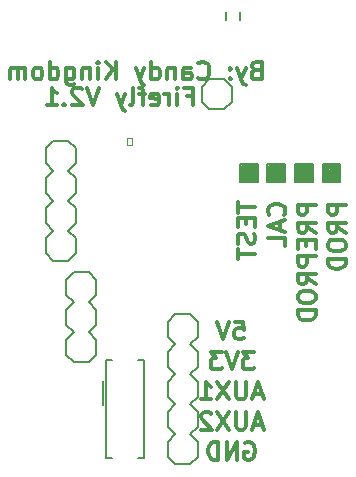
<source format=gbr>
G04 #@! TF.FileFunction,Legend,Bot*
%FSLAX46Y46*%
G04 Gerber Fmt 4.6, Leading zero omitted, Abs format (unit mm)*
G04 Created by KiCad (PCBNEW 4.0.6+dfsg1-1) date Sat Jan 27 12:23:12 2018*
%MOMM*%
%LPD*%
G01*
G04 APERTURE LIST*
%ADD10C,0.100000*%
%ADD11C,0.150000*%
%ADD12C,0.300000*%
%ADD13C,0.203200*%
%ADD14C,0.152400*%
%ADD15C,0.066040*%
G04 APERTURE END LIST*
D10*
D11*
X173100000Y-59200000D02*
X173100000Y-58300000D01*
X173450000Y-58900000D02*
X173100000Y-59200000D01*
X173450000Y-58800000D02*
X173450000Y-58900000D01*
X173550000Y-58800000D02*
X173450000Y-58800000D01*
X173550000Y-58950000D02*
X173550000Y-58800000D01*
X173350000Y-58950000D02*
X173550000Y-58950000D01*
X173350000Y-58900000D02*
X173350000Y-58950000D01*
X173350000Y-58700000D02*
X173350000Y-58900000D01*
X173650000Y-58700000D02*
X173350000Y-58700000D01*
X173650000Y-59050000D02*
X173650000Y-58700000D01*
X173250000Y-59050000D02*
X173650000Y-59050000D01*
X173250000Y-59000000D02*
X173250000Y-59050000D01*
X173250000Y-58600000D02*
X173250000Y-59000000D01*
X173750000Y-58600000D02*
X173250000Y-58600000D01*
X173750000Y-59150000D02*
X173750000Y-58600000D01*
X173150000Y-59150000D02*
X173750000Y-59150000D01*
X173150000Y-58450000D02*
X173150000Y-59150000D01*
X173850000Y-58450000D02*
X173150000Y-58450000D01*
X173850000Y-59300000D02*
X173850000Y-58450000D01*
X173000000Y-59300000D02*
X173850000Y-59300000D01*
X173000000Y-58300000D02*
X173000000Y-59300000D01*
X173950000Y-58300000D02*
X173000000Y-58300000D01*
X173950000Y-59400000D02*
X173950000Y-58300000D01*
X172850000Y-59400000D02*
X173950000Y-59400000D01*
X172850000Y-58200000D02*
X172850000Y-59400000D01*
X174050000Y-58200000D02*
X172850000Y-58200000D01*
X174050000Y-59500000D02*
X174050000Y-58200000D01*
X172750000Y-59500000D02*
X174050000Y-59500000D01*
X172750000Y-58200000D02*
X172750000Y-59500000D01*
X171150000Y-58850000D02*
X171150000Y-58950000D01*
X171050000Y-58850000D02*
X171150000Y-58850000D01*
X171050000Y-58700000D02*
X171050000Y-58850000D01*
X171250000Y-58700000D02*
X171050000Y-58700000D01*
X171250000Y-59000000D02*
X171250000Y-58700000D01*
X170950000Y-59000000D02*
X171250000Y-59000000D01*
X170950000Y-58600000D02*
X170950000Y-59000000D01*
X171350000Y-58600000D02*
X170950000Y-58600000D01*
X171350000Y-59100000D02*
X171350000Y-58600000D01*
X170850000Y-59100000D02*
X171350000Y-59100000D01*
X170850000Y-58450000D02*
X170850000Y-59100000D01*
X170950000Y-58450000D02*
X170850000Y-58450000D01*
X171450000Y-58450000D02*
X170950000Y-58450000D01*
X171450000Y-59200000D02*
X171450000Y-58450000D01*
X170750000Y-59200000D02*
X171450000Y-59200000D01*
X170750000Y-58400000D02*
X170750000Y-59200000D01*
X171550000Y-58400000D02*
X170750000Y-58400000D01*
X171550000Y-59300000D02*
X171550000Y-58400000D01*
X170650000Y-59300000D02*
X171550000Y-59300000D01*
X170650000Y-58300000D02*
X170650000Y-59300000D01*
X171650000Y-58300000D02*
X170650000Y-58300000D01*
X171650000Y-59400000D02*
X171650000Y-58300000D01*
X170550000Y-59400000D02*
X171650000Y-59400000D01*
X170550000Y-58200000D02*
X170550000Y-59400000D01*
X171750000Y-58200000D02*
X170550000Y-58200000D01*
X171750000Y-59500000D02*
X171750000Y-58200000D01*
X170450000Y-59500000D02*
X171750000Y-59500000D01*
X170450000Y-58200000D02*
X170450000Y-59500000D01*
X168600000Y-58950000D02*
X168550000Y-58900000D01*
X168800000Y-58950000D02*
X168600000Y-58950000D01*
X168800000Y-58800000D02*
X168800000Y-58950000D01*
X168450000Y-58800000D02*
X168800000Y-58800000D01*
X168450000Y-59050000D02*
X168450000Y-58800000D01*
X168900000Y-59050000D02*
X168450000Y-59050000D01*
X168900000Y-58700000D02*
X168900000Y-59050000D01*
X168350000Y-58700000D02*
X168900000Y-58700000D01*
X168350000Y-59150000D02*
X168350000Y-58700000D01*
X169000000Y-59150000D02*
X168350000Y-59150000D01*
X169000000Y-58600000D02*
X169000000Y-59150000D01*
X168250000Y-58600000D02*
X169000000Y-58600000D01*
X168250000Y-59300000D02*
X168250000Y-58600000D01*
X169050000Y-59300000D02*
X168250000Y-59300000D01*
X169050000Y-59250000D02*
X169050000Y-59300000D01*
X169150000Y-59300000D02*
X169050000Y-59250000D01*
X169100000Y-59250000D02*
X169150000Y-59300000D01*
X169100000Y-58500000D02*
X169100000Y-59250000D01*
X169200000Y-58500000D02*
X169100000Y-58500000D01*
X168150000Y-58500000D02*
X169200000Y-58500000D01*
X168150000Y-59400000D02*
X168150000Y-58500000D01*
X169250000Y-59400000D02*
X168150000Y-59400000D01*
X169250000Y-58400000D02*
X169250000Y-59400000D01*
X169300000Y-58400000D02*
X169250000Y-58400000D01*
X168050000Y-58400000D02*
X169300000Y-58400000D01*
X168050000Y-58250000D02*
X168050000Y-58400000D01*
X168050000Y-59500000D02*
X168050000Y-58250000D01*
X169350000Y-59500000D02*
X168050000Y-59500000D01*
X169350000Y-58250000D02*
X169350000Y-59500000D01*
X168100000Y-58250000D02*
X169350000Y-58250000D01*
X166500000Y-58850000D02*
X166600000Y-58850000D01*
X166300000Y-58850000D02*
X166500000Y-58850000D01*
X166300000Y-58950000D02*
X166300000Y-58850000D01*
X166600000Y-58950000D02*
X166300000Y-58950000D01*
X166600000Y-58750000D02*
X166600000Y-58950000D01*
X166550000Y-58750000D02*
X166600000Y-58750000D01*
X166200000Y-58750000D02*
X166550000Y-58750000D01*
X166200000Y-59100000D02*
X166200000Y-58750000D01*
X166600000Y-59100000D02*
X166200000Y-59100000D01*
X166700000Y-59050000D02*
X166700000Y-59100000D01*
X166700000Y-58650000D02*
X166700000Y-59050000D01*
X166100000Y-58650000D02*
X166700000Y-58650000D01*
X166100000Y-59200000D02*
X166100000Y-58650000D01*
X166800000Y-59200000D02*
X166100000Y-59200000D01*
X166800000Y-58550000D02*
X166800000Y-59200000D01*
X166000000Y-58550000D02*
X166800000Y-58550000D01*
X166000000Y-59300000D02*
X166000000Y-58550000D01*
X166900000Y-59300000D02*
X166000000Y-59300000D01*
X166900000Y-58450000D02*
X166900000Y-59300000D01*
X165900000Y-58450000D02*
X166900000Y-58450000D01*
X165900000Y-59400000D02*
X165900000Y-58450000D01*
X167000000Y-59400000D02*
X165900000Y-59400000D01*
X167000000Y-58350000D02*
X167000000Y-59400000D01*
X165800000Y-58350000D02*
X167000000Y-58350000D01*
X165800000Y-59500000D02*
X165800000Y-58350000D01*
X167100000Y-59500000D02*
X165800000Y-59500000D01*
X167100000Y-58250000D02*
X167100000Y-59500000D01*
X165800000Y-58250000D02*
X167100000Y-58250000D01*
X172650000Y-58100000D02*
X172650000Y-59600000D01*
X174150000Y-58100000D02*
X172650000Y-58100000D01*
X174150000Y-59600000D02*
X174150000Y-58100000D01*
X172650000Y-59600000D02*
X174150000Y-59600000D01*
X170350000Y-58100000D02*
X170350000Y-59600000D01*
X171850000Y-58100000D02*
X170350000Y-58100000D01*
X171850000Y-59600000D02*
X171850000Y-58100000D01*
X170350000Y-59600000D02*
X171850000Y-59600000D01*
X167950000Y-58100000D02*
X167950000Y-59600000D01*
X169450000Y-58100000D02*
X167950000Y-58100000D01*
X169450000Y-59600000D02*
X169450000Y-58100000D01*
X167950000Y-59600000D02*
X169450000Y-59600000D01*
X165700000Y-58100000D02*
X165700000Y-59600000D01*
X167200000Y-58100000D02*
X165700000Y-58100000D01*
X167200000Y-59600000D02*
X167200000Y-58100000D01*
X165700000Y-59600000D02*
X167200000Y-59600000D01*
D12*
X165453571Y-61342857D02*
X165453571Y-62200000D01*
X166953571Y-61771429D02*
X165453571Y-61771429D01*
X166167857Y-62700000D02*
X166167857Y-63200000D01*
X166953571Y-63414286D02*
X166953571Y-62700000D01*
X165453571Y-62700000D01*
X165453571Y-63414286D01*
X166882143Y-63985714D02*
X166953571Y-64200000D01*
X166953571Y-64557143D01*
X166882143Y-64700000D01*
X166810714Y-64771429D01*
X166667857Y-64842857D01*
X166525000Y-64842857D01*
X166382143Y-64771429D01*
X166310714Y-64700000D01*
X166239286Y-64557143D01*
X166167857Y-64271429D01*
X166096429Y-64128571D01*
X166025000Y-64057143D01*
X165882143Y-63985714D01*
X165739286Y-63985714D01*
X165596429Y-64057143D01*
X165525000Y-64128571D01*
X165453571Y-64271429D01*
X165453571Y-64628571D01*
X165525000Y-64842857D01*
X165453571Y-65271428D02*
X165453571Y-66128571D01*
X166953571Y-65700000D02*
X165453571Y-65700000D01*
X169360714Y-62414286D02*
X169432143Y-62342857D01*
X169503571Y-62128571D01*
X169503571Y-61985714D01*
X169432143Y-61771429D01*
X169289286Y-61628571D01*
X169146429Y-61557143D01*
X168860714Y-61485714D01*
X168646429Y-61485714D01*
X168360714Y-61557143D01*
X168217857Y-61628571D01*
X168075000Y-61771429D01*
X168003571Y-61985714D01*
X168003571Y-62128571D01*
X168075000Y-62342857D01*
X168146429Y-62414286D01*
X169075000Y-62985714D02*
X169075000Y-63700000D01*
X169503571Y-62842857D02*
X168003571Y-63342857D01*
X169503571Y-63842857D01*
X169503571Y-65057143D02*
X169503571Y-64342857D01*
X168003571Y-64342857D01*
X172053571Y-61557143D02*
X170553571Y-61557143D01*
X170553571Y-62128571D01*
X170625000Y-62271429D01*
X170696429Y-62342857D01*
X170839286Y-62414286D01*
X171053571Y-62414286D01*
X171196429Y-62342857D01*
X171267857Y-62271429D01*
X171339286Y-62128571D01*
X171339286Y-61557143D01*
X172053571Y-63914286D02*
X171339286Y-63414286D01*
X172053571Y-63057143D02*
X170553571Y-63057143D01*
X170553571Y-63628571D01*
X170625000Y-63771429D01*
X170696429Y-63842857D01*
X170839286Y-63914286D01*
X171053571Y-63914286D01*
X171196429Y-63842857D01*
X171267857Y-63771429D01*
X171339286Y-63628571D01*
X171339286Y-63057143D01*
X171267857Y-64557143D02*
X171267857Y-65057143D01*
X172053571Y-65271429D02*
X172053571Y-64557143D01*
X170553571Y-64557143D01*
X170553571Y-65271429D01*
X172053571Y-65914286D02*
X170553571Y-65914286D01*
X170553571Y-66485714D01*
X170625000Y-66628572D01*
X170696429Y-66700000D01*
X170839286Y-66771429D01*
X171053571Y-66771429D01*
X171196429Y-66700000D01*
X171267857Y-66628572D01*
X171339286Y-66485714D01*
X171339286Y-65914286D01*
X172053571Y-68271429D02*
X171339286Y-67771429D01*
X172053571Y-67414286D02*
X170553571Y-67414286D01*
X170553571Y-67985714D01*
X170625000Y-68128572D01*
X170696429Y-68200000D01*
X170839286Y-68271429D01*
X171053571Y-68271429D01*
X171196429Y-68200000D01*
X171267857Y-68128572D01*
X171339286Y-67985714D01*
X171339286Y-67414286D01*
X170553571Y-69200000D02*
X170553571Y-69485714D01*
X170625000Y-69628572D01*
X170767857Y-69771429D01*
X171053571Y-69842857D01*
X171553571Y-69842857D01*
X171839286Y-69771429D01*
X171982143Y-69628572D01*
X172053571Y-69485714D01*
X172053571Y-69200000D01*
X171982143Y-69057143D01*
X171839286Y-68914286D01*
X171553571Y-68842857D01*
X171053571Y-68842857D01*
X170767857Y-68914286D01*
X170625000Y-69057143D01*
X170553571Y-69200000D01*
X172053571Y-70485715D02*
X170553571Y-70485715D01*
X170553571Y-70842858D01*
X170625000Y-71057143D01*
X170767857Y-71200001D01*
X170910714Y-71271429D01*
X171196429Y-71342858D01*
X171410714Y-71342858D01*
X171696429Y-71271429D01*
X171839286Y-71200001D01*
X171982143Y-71057143D01*
X172053571Y-70842858D01*
X172053571Y-70485715D01*
X174603571Y-61557143D02*
X173103571Y-61557143D01*
X173103571Y-62128571D01*
X173175000Y-62271429D01*
X173246429Y-62342857D01*
X173389286Y-62414286D01*
X173603571Y-62414286D01*
X173746429Y-62342857D01*
X173817857Y-62271429D01*
X173889286Y-62128571D01*
X173889286Y-61557143D01*
X174603571Y-63914286D02*
X173889286Y-63414286D01*
X174603571Y-63057143D02*
X173103571Y-63057143D01*
X173103571Y-63628571D01*
X173175000Y-63771429D01*
X173246429Y-63842857D01*
X173389286Y-63914286D01*
X173603571Y-63914286D01*
X173746429Y-63842857D01*
X173817857Y-63771429D01*
X173889286Y-63628571D01*
X173889286Y-63057143D01*
X173103571Y-64842857D02*
X173103571Y-65128571D01*
X173175000Y-65271429D01*
X173317857Y-65414286D01*
X173603571Y-65485714D01*
X174103571Y-65485714D01*
X174389286Y-65414286D01*
X174532143Y-65271429D01*
X174603571Y-65128571D01*
X174603571Y-64842857D01*
X174532143Y-64700000D01*
X174389286Y-64557143D01*
X174103571Y-64485714D01*
X173603571Y-64485714D01*
X173317857Y-64557143D01*
X173175000Y-64700000D01*
X173103571Y-64842857D01*
X174603571Y-66128572D02*
X173103571Y-66128572D01*
X173103571Y-66485715D01*
X173175000Y-66700000D01*
X173317857Y-66842858D01*
X173460714Y-66914286D01*
X173746429Y-66985715D01*
X173960714Y-66985715D01*
X174246429Y-66914286D01*
X174389286Y-66842858D01*
X174532143Y-66700000D01*
X174603571Y-66485715D01*
X174603571Y-66128572D01*
X166992857Y-50142857D02*
X166778571Y-50214286D01*
X166707143Y-50285714D01*
X166635714Y-50428571D01*
X166635714Y-50642857D01*
X166707143Y-50785714D01*
X166778571Y-50857143D01*
X166921429Y-50928571D01*
X167492857Y-50928571D01*
X167492857Y-49428571D01*
X166992857Y-49428571D01*
X166850000Y-49500000D01*
X166778571Y-49571429D01*
X166707143Y-49714286D01*
X166707143Y-49857143D01*
X166778571Y-50000000D01*
X166850000Y-50071429D01*
X166992857Y-50142857D01*
X167492857Y-50142857D01*
X166135714Y-49928571D02*
X165778571Y-50928571D01*
X165421429Y-49928571D02*
X165778571Y-50928571D01*
X165921429Y-51285714D01*
X165992857Y-51357143D01*
X166135714Y-51428571D01*
X164850000Y-50785714D02*
X164778572Y-50857143D01*
X164850000Y-50928571D01*
X164921429Y-50857143D01*
X164850000Y-50785714D01*
X164850000Y-50928571D01*
X164850000Y-50000000D02*
X164778572Y-50071429D01*
X164850000Y-50142857D01*
X164921429Y-50071429D01*
X164850000Y-50000000D01*
X164850000Y-50142857D01*
X162135714Y-50785714D02*
X162207143Y-50857143D01*
X162421429Y-50928571D01*
X162564286Y-50928571D01*
X162778571Y-50857143D01*
X162921429Y-50714286D01*
X162992857Y-50571429D01*
X163064286Y-50285714D01*
X163064286Y-50071429D01*
X162992857Y-49785714D01*
X162921429Y-49642857D01*
X162778571Y-49500000D01*
X162564286Y-49428571D01*
X162421429Y-49428571D01*
X162207143Y-49500000D01*
X162135714Y-49571429D01*
X160850000Y-50928571D02*
X160850000Y-50142857D01*
X160921429Y-50000000D01*
X161064286Y-49928571D01*
X161350000Y-49928571D01*
X161492857Y-50000000D01*
X160850000Y-50857143D02*
X160992857Y-50928571D01*
X161350000Y-50928571D01*
X161492857Y-50857143D01*
X161564286Y-50714286D01*
X161564286Y-50571429D01*
X161492857Y-50428571D01*
X161350000Y-50357143D01*
X160992857Y-50357143D01*
X160850000Y-50285714D01*
X160135714Y-49928571D02*
X160135714Y-50928571D01*
X160135714Y-50071429D02*
X160064286Y-50000000D01*
X159921428Y-49928571D01*
X159707143Y-49928571D01*
X159564286Y-50000000D01*
X159492857Y-50142857D01*
X159492857Y-50928571D01*
X158135714Y-50928571D02*
X158135714Y-49428571D01*
X158135714Y-50857143D02*
X158278571Y-50928571D01*
X158564285Y-50928571D01*
X158707143Y-50857143D01*
X158778571Y-50785714D01*
X158850000Y-50642857D01*
X158850000Y-50214286D01*
X158778571Y-50071429D01*
X158707143Y-50000000D01*
X158564285Y-49928571D01*
X158278571Y-49928571D01*
X158135714Y-50000000D01*
X157564285Y-49928571D02*
X157207142Y-50928571D01*
X156850000Y-49928571D02*
X157207142Y-50928571D01*
X157350000Y-51285714D01*
X157421428Y-51357143D01*
X157564285Y-51428571D01*
X155135714Y-50928571D02*
X155135714Y-49428571D01*
X154278571Y-50928571D02*
X154921428Y-50071429D01*
X154278571Y-49428571D02*
X155135714Y-50285714D01*
X153635714Y-50928571D02*
X153635714Y-49928571D01*
X153635714Y-49428571D02*
X153707143Y-49500000D01*
X153635714Y-49571429D01*
X153564286Y-49500000D01*
X153635714Y-49428571D01*
X153635714Y-49571429D01*
X152921428Y-49928571D02*
X152921428Y-50928571D01*
X152921428Y-50071429D02*
X152850000Y-50000000D01*
X152707142Y-49928571D01*
X152492857Y-49928571D01*
X152350000Y-50000000D01*
X152278571Y-50142857D01*
X152278571Y-50928571D01*
X150921428Y-49928571D02*
X150921428Y-51142857D01*
X150992857Y-51285714D01*
X151064285Y-51357143D01*
X151207142Y-51428571D01*
X151421428Y-51428571D01*
X151564285Y-51357143D01*
X150921428Y-50857143D02*
X151064285Y-50928571D01*
X151349999Y-50928571D01*
X151492857Y-50857143D01*
X151564285Y-50785714D01*
X151635714Y-50642857D01*
X151635714Y-50214286D01*
X151564285Y-50071429D01*
X151492857Y-50000000D01*
X151349999Y-49928571D01*
X151064285Y-49928571D01*
X150921428Y-50000000D01*
X149564285Y-50928571D02*
X149564285Y-49428571D01*
X149564285Y-50857143D02*
X149707142Y-50928571D01*
X149992856Y-50928571D01*
X150135714Y-50857143D01*
X150207142Y-50785714D01*
X150278571Y-50642857D01*
X150278571Y-50214286D01*
X150207142Y-50071429D01*
X150135714Y-50000000D01*
X149992856Y-49928571D01*
X149707142Y-49928571D01*
X149564285Y-50000000D01*
X148635713Y-50928571D02*
X148778571Y-50857143D01*
X148849999Y-50785714D01*
X148921428Y-50642857D01*
X148921428Y-50214286D01*
X148849999Y-50071429D01*
X148778571Y-50000000D01*
X148635713Y-49928571D01*
X148421428Y-49928571D01*
X148278571Y-50000000D01*
X148207142Y-50071429D01*
X148135713Y-50214286D01*
X148135713Y-50642857D01*
X148207142Y-50785714D01*
X148278571Y-50857143D01*
X148421428Y-50928571D01*
X148635713Y-50928571D01*
X147492856Y-50928571D02*
X147492856Y-49928571D01*
X147492856Y-50071429D02*
X147421428Y-50000000D01*
X147278570Y-49928571D01*
X147064285Y-49928571D01*
X146921428Y-50000000D01*
X146849999Y-50142857D01*
X146849999Y-50928571D01*
X146849999Y-50142857D02*
X146778570Y-50000000D01*
X146635713Y-49928571D01*
X146421428Y-49928571D01*
X146278570Y-50000000D01*
X146207142Y-50142857D01*
X146207142Y-50928571D01*
X161142856Y-52342857D02*
X161642856Y-52342857D01*
X161642856Y-53128571D02*
X161642856Y-51628571D01*
X160928570Y-51628571D01*
X160357142Y-53128571D02*
X160357142Y-52128571D01*
X160357142Y-51628571D02*
X160428571Y-51700000D01*
X160357142Y-51771429D01*
X160285714Y-51700000D01*
X160357142Y-51628571D01*
X160357142Y-51771429D01*
X159642856Y-53128571D02*
X159642856Y-52128571D01*
X159642856Y-52414286D02*
X159571428Y-52271429D01*
X159499999Y-52200000D01*
X159357142Y-52128571D01*
X159214285Y-52128571D01*
X158142857Y-53057143D02*
X158285714Y-53128571D01*
X158571428Y-53128571D01*
X158714285Y-53057143D01*
X158785714Y-52914286D01*
X158785714Y-52342857D01*
X158714285Y-52200000D01*
X158571428Y-52128571D01*
X158285714Y-52128571D01*
X158142857Y-52200000D01*
X158071428Y-52342857D01*
X158071428Y-52485714D01*
X158785714Y-52628571D01*
X157642857Y-52128571D02*
X157071428Y-52128571D01*
X157428571Y-53128571D02*
X157428571Y-51842857D01*
X157357143Y-51700000D01*
X157214285Y-51628571D01*
X157071428Y-51628571D01*
X156357142Y-53128571D02*
X156500000Y-53057143D01*
X156571428Y-52914286D01*
X156571428Y-51628571D01*
X155928571Y-52128571D02*
X155571428Y-53128571D01*
X155214286Y-52128571D02*
X155571428Y-53128571D01*
X155714286Y-53485714D01*
X155785714Y-53557143D01*
X155928571Y-53628571D01*
X153714286Y-51628571D02*
X153214286Y-53128571D01*
X152714286Y-51628571D01*
X152285715Y-51771429D02*
X152214286Y-51700000D01*
X152071429Y-51628571D01*
X151714286Y-51628571D01*
X151571429Y-51700000D01*
X151500000Y-51771429D01*
X151428572Y-51914286D01*
X151428572Y-52057143D01*
X151500000Y-52271429D01*
X152357143Y-53128571D01*
X151428572Y-53128571D01*
X150785715Y-52985714D02*
X150714287Y-53057143D01*
X150785715Y-53128571D01*
X150857144Y-53057143D01*
X150785715Y-52985714D01*
X150785715Y-53128571D01*
X149285715Y-53128571D02*
X150142858Y-53128571D01*
X149714286Y-53128571D02*
X149714286Y-51628571D01*
X149857143Y-51842857D01*
X150000001Y-51985714D01*
X150142858Y-52057143D01*
X165235713Y-71428571D02*
X165949999Y-71428571D01*
X166021428Y-72142857D01*
X165949999Y-72071429D01*
X165807142Y-72000000D01*
X165449999Y-72000000D01*
X165307142Y-72071429D01*
X165235713Y-72142857D01*
X165164285Y-72285714D01*
X165164285Y-72642857D01*
X165235713Y-72785714D01*
X165307142Y-72857143D01*
X165449999Y-72928571D01*
X165807142Y-72928571D01*
X165949999Y-72857143D01*
X166021428Y-72785714D01*
X164735714Y-71428571D02*
X164235714Y-72928571D01*
X163735714Y-71428571D01*
X166807142Y-73978571D02*
X165878571Y-73978571D01*
X166378571Y-74550000D01*
X166164285Y-74550000D01*
X166021428Y-74621429D01*
X165949999Y-74692857D01*
X165878571Y-74835714D01*
X165878571Y-75192857D01*
X165949999Y-75335714D01*
X166021428Y-75407143D01*
X166164285Y-75478571D01*
X166592857Y-75478571D01*
X166735714Y-75407143D01*
X166807142Y-75335714D01*
X165450000Y-73978571D02*
X164950000Y-75478571D01*
X164450000Y-73978571D01*
X164092857Y-73978571D02*
X163164286Y-73978571D01*
X163664286Y-74550000D01*
X163450000Y-74550000D01*
X163307143Y-74621429D01*
X163235714Y-74692857D01*
X163164286Y-74835714D01*
X163164286Y-75192857D01*
X163235714Y-75335714D01*
X163307143Y-75407143D01*
X163450000Y-75478571D01*
X163878572Y-75478571D01*
X164021429Y-75407143D01*
X164092857Y-75335714D01*
X167521428Y-77600000D02*
X166807142Y-77600000D01*
X167664285Y-78028571D02*
X167164285Y-76528571D01*
X166664285Y-78028571D01*
X166164285Y-76528571D02*
X166164285Y-77742857D01*
X166092857Y-77885714D01*
X166021428Y-77957143D01*
X165878571Y-78028571D01*
X165592857Y-78028571D01*
X165449999Y-77957143D01*
X165378571Y-77885714D01*
X165307142Y-77742857D01*
X165307142Y-76528571D01*
X164735713Y-76528571D02*
X163735713Y-78028571D01*
X163735713Y-76528571D02*
X164735713Y-78028571D01*
X162378571Y-78028571D02*
X163235714Y-78028571D01*
X162807142Y-78028571D02*
X162807142Y-76528571D01*
X162949999Y-76742857D01*
X163092857Y-76885714D01*
X163235714Y-76957143D01*
X167521428Y-80150000D02*
X166807142Y-80150000D01*
X167664285Y-80578571D02*
X167164285Y-79078571D01*
X166664285Y-80578571D01*
X166164285Y-79078571D02*
X166164285Y-80292857D01*
X166092857Y-80435714D01*
X166021428Y-80507143D01*
X165878571Y-80578571D01*
X165592857Y-80578571D01*
X165449999Y-80507143D01*
X165378571Y-80435714D01*
X165307142Y-80292857D01*
X165307142Y-79078571D01*
X164735713Y-79078571D02*
X163735713Y-80578571D01*
X163735713Y-79078571D02*
X164735713Y-80578571D01*
X163235714Y-79221429D02*
X163164285Y-79150000D01*
X163021428Y-79078571D01*
X162664285Y-79078571D01*
X162521428Y-79150000D01*
X162449999Y-79221429D01*
X162378571Y-79364286D01*
X162378571Y-79507143D01*
X162449999Y-79721429D01*
X163307142Y-80578571D01*
X162378571Y-80578571D01*
X166092857Y-81700000D02*
X166235714Y-81628571D01*
X166450000Y-81628571D01*
X166664285Y-81700000D01*
X166807143Y-81842857D01*
X166878571Y-81985714D01*
X166950000Y-82271429D01*
X166950000Y-82485714D01*
X166878571Y-82771429D01*
X166807143Y-82914286D01*
X166664285Y-83057143D01*
X166450000Y-83128571D01*
X166307143Y-83128571D01*
X166092857Y-83057143D01*
X166021428Y-82985714D01*
X166021428Y-82485714D01*
X166307143Y-82485714D01*
X165378571Y-83128571D02*
X165378571Y-81628571D01*
X164521428Y-83128571D01*
X164521428Y-81628571D01*
X163807142Y-83128571D02*
X163807142Y-81628571D01*
X163449999Y-81628571D01*
X163235714Y-81700000D01*
X163092856Y-81842857D01*
X163021428Y-81985714D01*
X162949999Y-82271429D01*
X162949999Y-82485714D01*
X163021428Y-82771429D01*
X163092856Y-82914286D01*
X163235714Y-83057143D01*
X163449999Y-83128571D01*
X163807142Y-83128571D01*
D13*
X151565000Y-69790000D02*
X150930000Y-69155000D01*
X150930000Y-69155000D02*
X150930000Y-67885000D01*
X150930000Y-67885000D02*
X151565000Y-67250000D01*
X152835000Y-67250000D02*
X153470000Y-67885000D01*
X153470000Y-67885000D02*
X153470000Y-69155000D01*
X153470000Y-69155000D02*
X152835000Y-69790000D01*
X150930000Y-74235000D02*
X150930000Y-72965000D01*
X150930000Y-72965000D02*
X151565000Y-72330000D01*
X152835000Y-72330000D02*
X153470000Y-72965000D01*
X151565000Y-72330000D02*
X150930000Y-71695000D01*
X150930000Y-71695000D02*
X150930000Y-70425000D01*
X150930000Y-70425000D02*
X151565000Y-69790000D01*
X152835000Y-69790000D02*
X153470000Y-70425000D01*
X153470000Y-70425000D02*
X153470000Y-71695000D01*
X153470000Y-71695000D02*
X152835000Y-72330000D01*
X151565000Y-74870000D02*
X152835000Y-74870000D01*
X150930000Y-74235000D02*
X151565000Y-74870000D01*
X152835000Y-74870000D02*
X153470000Y-74235000D01*
X153470000Y-72965000D02*
X153470000Y-74235000D01*
X151565000Y-67250000D02*
X152835000Y-67250000D01*
X162070000Y-79085000D02*
X162070000Y-80355000D01*
X162070000Y-80355000D02*
X161435000Y-80990000D01*
X160165000Y-80990000D02*
X159530000Y-80355000D01*
X161435000Y-80990000D02*
X162070000Y-81625000D01*
X162070000Y-81625000D02*
X162070000Y-82895000D01*
X162070000Y-82895000D02*
X161435000Y-83530000D01*
X160165000Y-83530000D02*
X159530000Y-82895000D01*
X159530000Y-82895000D02*
X159530000Y-81625000D01*
X159530000Y-81625000D02*
X160165000Y-80990000D01*
X161435000Y-75910000D02*
X162070000Y-76545000D01*
X162070000Y-76545000D02*
X162070000Y-77815000D01*
X162070000Y-77815000D02*
X161435000Y-78450000D01*
X160165000Y-78450000D02*
X159530000Y-77815000D01*
X159530000Y-77815000D02*
X159530000Y-76545000D01*
X159530000Y-76545000D02*
X160165000Y-75910000D01*
X162070000Y-79085000D02*
X161435000Y-78450000D01*
X160165000Y-78450000D02*
X159530000Y-79085000D01*
X159530000Y-80355000D02*
X159530000Y-79085000D01*
X162070000Y-71465000D02*
X162070000Y-72735000D01*
X162070000Y-72735000D02*
X161435000Y-73370000D01*
X160165000Y-73370000D02*
X159530000Y-72735000D01*
X161435000Y-73370000D02*
X162070000Y-74005000D01*
X162070000Y-74005000D02*
X162070000Y-75275000D01*
X162070000Y-75275000D02*
X161435000Y-75910000D01*
X160165000Y-75910000D02*
X159530000Y-75275000D01*
X159530000Y-75275000D02*
X159530000Y-74005000D01*
X159530000Y-74005000D02*
X160165000Y-73370000D01*
X161435000Y-70830000D02*
X160165000Y-70830000D01*
X162070000Y-71465000D02*
X161435000Y-70830000D01*
X160165000Y-70830000D02*
X159530000Y-71465000D01*
X159530000Y-72735000D02*
X159530000Y-71465000D01*
X161435000Y-83530000D02*
X160165000Y-83530000D01*
D14*
X165677360Y-45260046D02*
X165677360Y-45859486D01*
X164478480Y-45260046D02*
X164478480Y-45859486D01*
D13*
X149230000Y-58015000D02*
X149230000Y-56745000D01*
X149230000Y-56745000D02*
X149865000Y-56110000D01*
X151135000Y-56110000D02*
X151770000Y-56745000D01*
X149865000Y-61190000D02*
X149230000Y-60555000D01*
X149230000Y-60555000D02*
X149230000Y-59285000D01*
X149230000Y-59285000D02*
X149865000Y-58650000D01*
X151135000Y-58650000D02*
X151770000Y-59285000D01*
X151770000Y-59285000D02*
X151770000Y-60555000D01*
X151770000Y-60555000D02*
X151135000Y-61190000D01*
X149230000Y-58015000D02*
X149865000Y-58650000D01*
X151135000Y-58650000D02*
X151770000Y-58015000D01*
X151770000Y-56745000D02*
X151770000Y-58015000D01*
X149230000Y-65635000D02*
X149230000Y-64365000D01*
X149230000Y-64365000D02*
X149865000Y-63730000D01*
X151135000Y-63730000D02*
X151770000Y-64365000D01*
X149865000Y-63730000D02*
X149230000Y-63095000D01*
X149230000Y-63095000D02*
X149230000Y-61825000D01*
X149230000Y-61825000D02*
X149865000Y-61190000D01*
X151135000Y-61190000D02*
X151770000Y-61825000D01*
X151770000Y-61825000D02*
X151770000Y-63095000D01*
X151770000Y-63095000D02*
X151135000Y-63730000D01*
X149865000Y-66270000D02*
X151135000Y-66270000D01*
X149230000Y-65635000D02*
X149865000Y-66270000D01*
X151135000Y-66270000D02*
X151770000Y-65635000D01*
X151770000Y-64365000D02*
X151770000Y-65635000D01*
X149865000Y-56110000D02*
X151135000Y-56110000D01*
X164970000Y-51565000D02*
X164335000Y-50930000D01*
X164335000Y-50930000D02*
X163065000Y-50930000D01*
X163065000Y-50930000D02*
X162430000Y-51565000D01*
X162430000Y-51565000D02*
X162430000Y-52835000D01*
X162430000Y-52835000D02*
X163065000Y-53470000D01*
X163065000Y-53470000D02*
X164335000Y-53470000D01*
X164335000Y-53470000D02*
X164970000Y-52835000D01*
X164970000Y-52835000D02*
X164970000Y-51565000D01*
D15*
X156490500Y-55895200D02*
X156109500Y-55895200D01*
X156109500Y-55895200D02*
X156109500Y-56504800D01*
X156490500Y-56504800D02*
X156109500Y-56504800D01*
X156490500Y-55895200D02*
X156490500Y-56504800D01*
D11*
X154795000Y-74650000D02*
X154320000Y-74650000D01*
X154320000Y-74650000D02*
X154320000Y-82950000D01*
X154320000Y-82950000D02*
X154795000Y-82950000D01*
X157045000Y-74650000D02*
X157520000Y-74650000D01*
X157520000Y-74650000D02*
X157520000Y-82950000D01*
X157520000Y-82950000D02*
X157045000Y-82950000D01*
X154020000Y-76500000D02*
X154020000Y-78500000D01*
M02*

</source>
